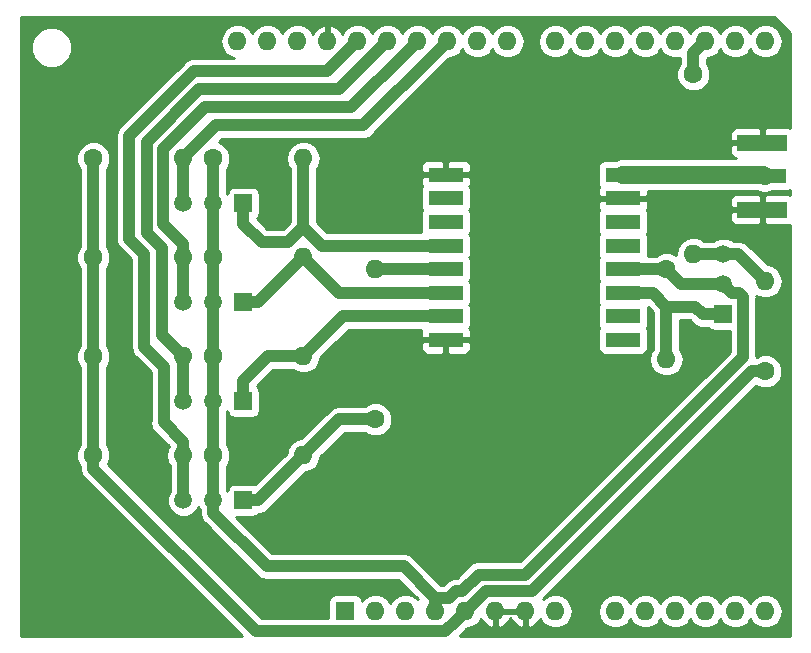
<source format=gbr>
G04 #@! TF.GenerationSoftware,KiCad,Pcbnew,5.0.2+dfsg1-1*
G04 #@! TF.CreationDate,2019-11-28T21:10:38+01:00*
G04 #@! TF.ProjectId,carte-radio,63617274-652d-4726-9164-696f2e6b6963,rev?*
G04 #@! TF.SameCoordinates,PX44114b0PY1687170*
G04 #@! TF.FileFunction,Copper,L2,Bot*
G04 #@! TF.FilePolarity,Positive*
%FSLAX46Y46*%
G04 Gerber Fmt 4.6, Leading zero omitted, Abs format (unit mm)*
G04 Created by KiCad (PCBNEW 5.0.2+dfsg1-1) date jeu. 28 nov. 2019 21:10:38 CET*
%MOMM*%
%LPD*%
G01*
G04 APERTURE LIST*
G04 #@! TA.AperFunction,ComponentPad*
%ADD10O,1.600000X1.600000*%
G04 #@! TD*
G04 #@! TA.AperFunction,ComponentPad*
%ADD11R,1.600000X1.600000*%
G04 #@! TD*
G04 #@! TA.AperFunction,SMDPad,CuDef*
%ADD12R,4.200000X1.350000*%
G04 #@! TD*
G04 #@! TA.AperFunction,SMDPad,CuDef*
%ADD13R,3.600000X1.270000*%
G04 #@! TD*
G04 #@! TA.AperFunction,ComponentPad*
%ADD14C,1.500000*%
G04 #@! TD*
G04 #@! TA.AperFunction,ComponentPad*
%ADD15R,1.500000X1.500000*%
G04 #@! TD*
G04 #@! TA.AperFunction,ComponentPad*
%ADD16C,1.600000*%
G04 #@! TD*
G04 #@! TA.AperFunction,SMDPad,CuDef*
%ADD17R,2.999740X1.198880*%
G04 #@! TD*
G04 #@! TA.AperFunction,Conductor*
%ADD18C,1.000000*%
G04 #@! TD*
G04 #@! TA.AperFunction,Conductor*
%ADD19C,1.500000*%
G04 #@! TD*
G04 #@! TA.AperFunction,Conductor*
%ADD20C,0.254000*%
G04 #@! TD*
G04 APERTURE END LIST*
D10*
G04 #@! TO.P,A1,32*
G04 #@! TO.N,Net-(A1-Pad32)*
X15752000Y508000D03*
G04 #@! TO.P,A1,31*
G04 #@! TO.N,Net-(A1-Pad31)*
X18292000Y508000D03*
D11*
G04 #@! TO.P,A1,1*
G04 #@! TO.N,Net-(A1-Pad1)*
X24892000Y-47752000D03*
D10*
G04 #@! TO.P,A1,17*
G04 #@! TO.N,RF_INT*
X55372000Y508000D03*
G04 #@! TO.P,A1,2*
G04 #@! TO.N,Net-(A1-Pad2)*
X27432000Y-47752000D03*
G04 #@! TO.P,A1,18*
G04 #@! TO.N,Net-(A1-Pad18)*
X52832000Y508000D03*
G04 #@! TO.P,A1,3*
G04 #@! TO.N,Net-(A1-Pad3)*
X29972000Y-47752000D03*
G04 #@! TO.P,A1,19*
G04 #@! TO.N,Net-(A1-Pad19)*
X50292000Y508000D03*
G04 #@! TO.P,A1,4*
G04 #@! TO.N,3V3*
X32512000Y-47752000D03*
G04 #@! TO.P,A1,20*
G04 #@! TO.N,Net-(A1-Pad20)*
X47752000Y508000D03*
G04 #@! TO.P,A1,5*
G04 #@! TO.N,5V*
X35052000Y-47752000D03*
G04 #@! TO.P,A1,21*
G04 #@! TO.N,Net-(A1-Pad21)*
X45212000Y508000D03*
G04 #@! TO.P,A1,6*
G04 #@! TO.N,GND*
X37592000Y-47752000D03*
G04 #@! TO.P,A1,22*
G04 #@! TO.N,Net-(A1-Pad22)*
X42672000Y508000D03*
G04 #@! TO.P,A1,7*
G04 #@! TO.N,GND*
X40132000Y-47752000D03*
G04 #@! TO.P,A1,23*
G04 #@! TO.N,Net-(A1-Pad23)*
X38612000Y508000D03*
G04 #@! TO.P,A1,8*
G04 #@! TO.N,Net-(A1-Pad8)*
X42672000Y-47752000D03*
G04 #@! TO.P,A1,24*
G04 #@! TO.N,Net-(A1-Pad24)*
X36072000Y508000D03*
G04 #@! TO.P,A1,9*
G04 #@! TO.N,Net-(A1-Pad9)*
X47752000Y-47752000D03*
G04 #@! TO.P,A1,25*
G04 #@! TO.N,RF_NSS*
X33532000Y508000D03*
G04 #@! TO.P,A1,10*
G04 #@! TO.N,Net-(A1-Pad10)*
X50292000Y-47752000D03*
G04 #@! TO.P,A1,26*
G04 #@! TO.N,RF_MOSI*
X30992000Y508000D03*
G04 #@! TO.P,A1,11*
G04 #@! TO.N,Net-(A1-Pad11)*
X52832000Y-47752000D03*
G04 #@! TO.P,A1,27*
G04 #@! TO.N,RF_MISO*
X28452000Y508000D03*
G04 #@! TO.P,A1,12*
G04 #@! TO.N,Net-(A1-Pad12)*
X55372000Y-47752000D03*
G04 #@! TO.P,A1,28*
G04 #@! TO.N,RF_SCK*
X25912000Y508000D03*
G04 #@! TO.P,A1,13*
G04 #@! TO.N,Net-(A1-Pad13)*
X57912000Y-47752000D03*
G04 #@! TO.P,A1,29*
G04 #@! TO.N,GND*
X23372000Y508000D03*
G04 #@! TO.P,A1,14*
G04 #@! TO.N,Net-(A1-Pad14)*
X60452000Y-47752000D03*
G04 #@! TO.P,A1,30*
G04 #@! TO.N,Net-(A1-Pad30)*
X20832000Y508000D03*
G04 #@! TO.P,A1,15*
G04 #@! TO.N,Net-(A1-Pad15)*
X60452000Y508000D03*
G04 #@! TO.P,A1,16*
G04 #@! TO.N,Net-(A1-Pad16)*
X57912000Y508000D03*
G04 #@! TD*
D12*
G04 #@! TO.P,J1,2*
G04 #@! TO.N,GND*
X60198000Y-8097000D03*
X60198000Y-13747000D03*
D13*
G04 #@! TO.P,J1,1*
G04 #@! TO.N,Net-(J1-Pad1)*
X60398000Y-10922000D03*
G04 #@! TD*
D14*
G04 #@! TO.P,Q1,2*
G04 #@! TO.N,3V3*
X13716000Y-38354000D03*
G04 #@! TO.P,Q1,3*
G04 #@! TO.N,RF_SCK*
X11176000Y-38354000D03*
D15*
G04 #@! TO.P,Q1,1*
G04 #@! TO.N,Net-(JP1-Pad1)*
X16256000Y-38354000D03*
G04 #@! TD*
G04 #@! TO.P,Q2,1*
G04 #@! TO.N,Net-(Q2-Pad1)*
X16256000Y-21590000D03*
D14*
G04 #@! TO.P,Q2,3*
G04 #@! TO.N,RF_MOSI*
X11176000Y-21590000D03*
G04 #@! TO.P,Q2,2*
G04 #@! TO.N,3V3*
X13716000Y-21590000D03*
G04 #@! TD*
D15*
G04 #@! TO.P,Q3,1*
G04 #@! TO.N,Net-(Q3-Pad1)*
X16256000Y-29972000D03*
D14*
G04 #@! TO.P,Q3,3*
G04 #@! TO.N,RF_MISO*
X11176000Y-29972000D03*
G04 #@! TO.P,Q3,2*
G04 #@! TO.N,3V3*
X13716000Y-29972000D03*
G04 #@! TD*
G04 #@! TO.P,Q4,2*
G04 #@! TO.N,3V3*
X13716000Y-13208000D03*
G04 #@! TO.P,Q4,3*
G04 #@! TO.N,RF_NSS*
X11176000Y-13208000D03*
D15*
G04 #@! TO.P,Q4,1*
G04 #@! TO.N,Net-(Q4-Pad1)*
X16256000Y-13208000D03*
G04 #@! TD*
D14*
G04 #@! TO.P,Q5,2*
G04 #@! TO.N,3V3*
X56896000Y-20066000D03*
G04 #@! TO.P,Q5,3*
G04 #@! TO.N,Net-(JP2-Pad2)*
X56896000Y-17526000D03*
D15*
G04 #@! TO.P,Q5,1*
G04 #@! TO.N,Net-(Q5-Pad1)*
X56896000Y-22606000D03*
G04 #@! TD*
D10*
G04 #@! TO.P,R1,2*
G04 #@! TO.N,RF_SCK*
X11176000Y-34544000D03*
D16*
G04 #@! TO.P,R1,1*
G04 #@! TO.N,5V*
X3556000Y-34544000D03*
G04 #@! TD*
G04 #@! TO.P,R2,1*
G04 #@! TO.N,5V*
X3556000Y-17780000D03*
D10*
G04 #@! TO.P,R2,2*
G04 #@! TO.N,RF_MOSI*
X11176000Y-17780000D03*
G04 #@! TD*
G04 #@! TO.P,R3,2*
G04 #@! TO.N,RF_MISO*
X11176000Y-26162000D03*
D16*
G04 #@! TO.P,R3,1*
G04 #@! TO.N,5V*
X3556000Y-26162000D03*
G04 #@! TD*
D10*
G04 #@! TO.P,R4,2*
G04 #@! TO.N,RF_NSS*
X11176000Y-9398000D03*
D16*
G04 #@! TO.P,R4,1*
G04 #@! TO.N,5V*
X3556000Y-9398000D03*
G04 #@! TD*
D10*
G04 #@! TO.P,R5,2*
G04 #@! TO.N,Net-(JP2-Pad2)*
X60452000Y-19812000D03*
D16*
G04 #@! TO.P,R5,1*
G04 #@! TO.N,5V*
X60452000Y-27432000D03*
G04 #@! TD*
G04 #@! TO.P,R6,1*
G04 #@! TO.N,3V3*
X13716000Y-34544000D03*
D10*
G04 #@! TO.P,R6,2*
G04 #@! TO.N,Net-(JP1-Pad1)*
X21336000Y-34544000D03*
G04 #@! TD*
G04 #@! TO.P,R7,2*
G04 #@! TO.N,Net-(Q2-Pad1)*
X21336000Y-17780000D03*
D16*
G04 #@! TO.P,R7,1*
G04 #@! TO.N,3V3*
X13716000Y-17780000D03*
G04 #@! TD*
G04 #@! TO.P,R8,1*
G04 #@! TO.N,3V3*
X13716000Y-26162000D03*
D10*
G04 #@! TO.P,R8,2*
G04 #@! TO.N,Net-(Q3-Pad1)*
X21336000Y-26162000D03*
G04 #@! TD*
D16*
G04 #@! TO.P,R9,1*
G04 #@! TO.N,3V3*
X13716000Y-9398000D03*
D10*
G04 #@! TO.P,R9,2*
G04 #@! TO.N,Net-(Q4-Pad1)*
X21336000Y-9398000D03*
G04 #@! TD*
D16*
G04 #@! TO.P,R10,1*
G04 #@! TO.N,3V3*
X52070000Y-18796000D03*
D10*
G04 #@! TO.P,R10,2*
G04 #@! TO.N,Net-(Q5-Pad1)*
X52070000Y-26416000D03*
G04 #@! TD*
D17*
G04 #@! TO.P,U1,1*
G04 #@! TO.N,GND*
X33395920Y-24777700D03*
G04 #@! TO.P,U1,2*
G04 #@! TO.N,Net-(Q3-Pad1)*
X33395920Y-22778720D03*
G04 #@! TO.P,U1,3*
G04 #@! TO.N,Net-(Q2-Pad1)*
X33395920Y-20779740D03*
G04 #@! TO.P,U1,4*
G04 #@! TO.N,Net-(JP1-Pad2)*
X33395920Y-18778220D03*
G04 #@! TO.P,U1,5*
G04 #@! TO.N,Net-(Q4-Pad1)*
X33395920Y-16781780D03*
G04 #@! TO.P,U1,6*
G04 #@! TO.N,Net-(U1-Pad6)*
X33395920Y-14780260D03*
G04 #@! TO.P,U1,7*
G04 #@! TO.N,Net-(U1-Pad7)*
X33395920Y-12781280D03*
G04 #@! TO.P,U1,8*
G04 #@! TO.N,GND*
X33395920Y-10782300D03*
G04 #@! TO.P,U1,9*
G04 #@! TO.N,Net-(J1-Pad1)*
X48392080Y-10782300D03*
G04 #@! TO.P,U1,10*
G04 #@! TO.N,GND*
X48392080Y-12781280D03*
G04 #@! TO.P,U1,11*
G04 #@! TO.N,Net-(U1-Pad11)*
X48392080Y-14780260D03*
G04 #@! TO.P,U1,12*
G04 #@! TO.N,Net-(U1-Pad12)*
X48392080Y-16781780D03*
G04 #@! TO.P,U1,13*
G04 #@! TO.N,3V3*
X48392080Y-18778220D03*
G04 #@! TO.P,U1,14*
G04 #@! TO.N,Net-(Q5-Pad1)*
X48392080Y-20779740D03*
G04 #@! TO.P,U1,15*
G04 #@! TO.N,Net-(U1-Pad15)*
X48392080Y-22778720D03*
G04 #@! TO.P,U1,16*
G04 #@! TO.N,Net-(U1-Pad16)*
X48392080Y-24777700D03*
G04 #@! TD*
D16*
G04 #@! TO.P,JP1,1*
G04 #@! TO.N,Net-(JP1-Pad1)*
X27432000Y-31496000D03*
D10*
G04 #@! TO.P,JP1,2*
G04 #@! TO.N,Net-(JP1-Pad2)*
X27432000Y-18796000D03*
G04 #@! TD*
D16*
G04 #@! TO.P,JP2,1*
G04 #@! TO.N,RF_INT*
X54356000Y-2286000D03*
D10*
G04 #@! TO.P,JP2,2*
G04 #@! TO.N,Net-(JP2-Pad2)*
X54356000Y-17526000D03*
G04 #@! TD*
D18*
G04 #@! TO.N,RF_INT*
X54356000Y-508000D02*
X55372000Y508000D01*
X54356000Y-2286000D02*
X54356000Y-508000D01*
G04 #@! TO.N,Net-(JP2-Pad2)*
X58166000Y-17526000D02*
X60452000Y-19812000D01*
X56896000Y-17526000D02*
X58166000Y-17526000D01*
G04 #@! TO.N,3V3*
X13716000Y-38354000D02*
X13716000Y-34544000D01*
X13716000Y-34544000D02*
X13716000Y-29972000D01*
X13716000Y-29972000D02*
X13716000Y-26162000D01*
X13716000Y-26162000D02*
X13716000Y-21590000D01*
X13716000Y-21590000D02*
X13716000Y-17780000D01*
X13716000Y-17780000D02*
X13716000Y-13208000D01*
X13716000Y-13208000D02*
X13716000Y-9398000D01*
X32512000Y-46620630D02*
X29833370Y-43942000D01*
X32512000Y-47752000D02*
X32512000Y-46620630D01*
X18243340Y-43942000D02*
X13716000Y-39414660D01*
X13716000Y-39414660D02*
X13716000Y-38354000D01*
X29833370Y-43942000D02*
X18243340Y-43942000D01*
X48409860Y-18796000D02*
X48392080Y-18778220D01*
X52070000Y-18796000D02*
X48409860Y-18796000D01*
X53340000Y-20066000D02*
X52070000Y-18796000D01*
X56896000Y-20066000D02*
X53340000Y-20066000D01*
X57645999Y-20815999D02*
X56896000Y-20066000D01*
X58226001Y-20815999D02*
X57645999Y-20815999D01*
X58546001Y-26226717D02*
X58546001Y-21135999D01*
X33667368Y-46620630D02*
X34235999Y-46051999D01*
X34235999Y-46051999D02*
X34772089Y-46051999D01*
X32512000Y-46620630D02*
X33667368Y-46620630D01*
X34772089Y-46051999D02*
X36172098Y-44651989D01*
X58546001Y-21135999D02*
X58226001Y-20815999D01*
X36172098Y-44651989D02*
X40120729Y-44651989D01*
X40120729Y-44651989D02*
X58546001Y-26226717D01*
G04 #@! TO.N,5V*
X3556000Y-9398000D02*
X3556000Y-17780000D01*
X3556000Y-17780000D02*
X3556000Y-26162000D01*
X3556000Y-26162000D02*
X3556000Y-34544000D01*
X34252001Y-48551999D02*
X35052000Y-47752000D01*
X33351999Y-49452001D02*
X34252001Y-48551999D01*
X17332631Y-49452001D02*
X33351999Y-49452001D01*
X3556000Y-35675370D02*
X17332631Y-49452001D01*
X3556000Y-34544000D02*
X3556000Y-35675370D01*
X36752001Y-46051999D02*
X35851999Y-46952001D01*
X40700631Y-46051999D02*
X36752001Y-46051999D01*
X59320630Y-27432000D02*
X40700631Y-46051999D01*
X35851999Y-46952001D02*
X35052000Y-47752000D01*
X60452000Y-27432000D02*
X59320630Y-27432000D01*
G04 #@! TO.N,RF_NSS*
X11176000Y-9398000D02*
X11176000Y-13208000D01*
X32732001Y-291999D02*
X33532000Y508000D01*
X26420000Y-6604000D02*
X32732001Y-291999D01*
X13970000Y-6604000D02*
X26420000Y-6604000D01*
X11176000Y-9398000D02*
X13970000Y-6604000D01*
G04 #@! TO.N,RF_MOSI*
X11176000Y-17780000D02*
X11176000Y-21590000D01*
X30192001Y-291999D02*
X30992000Y508000D01*
X11176000Y-16648630D02*
X9475999Y-14948629D01*
X11176000Y-17780000D02*
X11176000Y-16648630D01*
X25404000Y-5080000D02*
X30192001Y-291999D01*
X9475999Y-14948629D02*
X9475999Y-8581999D01*
X9475999Y-8581999D02*
X12977998Y-5080000D01*
X12977998Y-5080000D02*
X25404000Y-5080000D01*
G04 #@! TO.N,RF_MISO*
X11176000Y-26162000D02*
X11176000Y-29972000D01*
X11176000Y-26162000D02*
X9398000Y-24384000D01*
X9398000Y-24384000D02*
X9398000Y-17018000D01*
X8075989Y-15695989D02*
X8075989Y-8002096D01*
X9398000Y-17018000D02*
X8075989Y-15695989D01*
X8075989Y-8002096D02*
X12522085Y-3556000D01*
X24388000Y-3556000D02*
X28452000Y508000D01*
X12522085Y-3556000D02*
X24388000Y-3556000D01*
G04 #@! TO.N,RF_SCK*
X11176000Y-34544000D02*
X11176000Y-38354000D01*
X23372000Y-2032000D02*
X25912000Y508000D01*
X12066173Y-2032000D02*
X23372000Y-2032000D01*
X6604000Y-7494173D02*
X12066173Y-2032000D01*
X6604000Y-16203912D02*
X6604000Y-7494173D01*
X11176000Y-34544000D02*
X11176000Y-33412630D01*
X11176000Y-33412630D02*
X9525999Y-31762629D01*
X7874000Y-25376002D02*
X7874000Y-17473912D01*
X9525999Y-31762629D02*
X9525999Y-27028001D01*
X9525999Y-27028001D02*
X7874000Y-25376002D01*
X7874000Y-17473912D02*
X6604000Y-16203912D01*
G04 #@! TO.N,Net-(J1-Pad1)*
X48506380Y-10668000D02*
X48392080Y-10782300D01*
X48531780Y-10922000D02*
X48392080Y-10782300D01*
D19*
X60258300Y-10782300D02*
X60398000Y-10922000D01*
X48392080Y-10782300D02*
X60258300Y-10782300D01*
D18*
G04 #@! TO.N,Net-(JP1-Pad1)*
X17526000Y-38354000D02*
X21336000Y-34544000D01*
X16256000Y-38354000D02*
X17526000Y-38354000D01*
G04 #@! TO.N,Net-(Q2-Pad1)*
X17526000Y-21590000D02*
X21336000Y-17780000D01*
X16256000Y-21590000D02*
X17526000Y-21590000D01*
X22135999Y-18579999D02*
X21336000Y-17780000D01*
X24335740Y-20779740D02*
X22135999Y-18579999D01*
X33395920Y-20779740D02*
X24335740Y-20779740D01*
G04 #@! TO.N,Net-(Q3-Pad1)*
X24719280Y-22778720D02*
X21336000Y-26162000D01*
X33395920Y-22778720D02*
X24719280Y-22778720D01*
X16256000Y-28222000D02*
X18316000Y-26162000D01*
X16256000Y-29972000D02*
X16256000Y-28222000D01*
X18316000Y-26162000D02*
X21336000Y-26162000D01*
G04 #@! TO.N,Net-(Q4-Pad1)*
X21336000Y-13970000D02*
X21336000Y-9398000D01*
X21336000Y-15240000D02*
X21336000Y-13970000D01*
X16256000Y-14958000D02*
X16256000Y-13208000D01*
X17808000Y-16510000D02*
X16256000Y-14958000D01*
X21336000Y-15240000D02*
X20066000Y-16510000D01*
X20066000Y-16510000D02*
X17808000Y-16510000D01*
X22877780Y-16781780D02*
X21336000Y-15240000D01*
X33395920Y-16781780D02*
X22877780Y-16781780D01*
G04 #@! TO.N,Net-(Q5-Pad1)*
X50891950Y-20779740D02*
X48392080Y-20779740D01*
X52070000Y-21957790D02*
X50891950Y-20779740D01*
X52070000Y-26416000D02*
X52070000Y-21957790D01*
X54497790Y-21957790D02*
X52070000Y-21957790D01*
X55146000Y-22606000D02*
X54497790Y-21957790D01*
X56896000Y-22606000D02*
X55146000Y-22606000D01*
G04 #@! TO.N,Net-(JP1-Pad1)*
X24384000Y-31496000D02*
X21336000Y-34544000D01*
X27432000Y-31496000D02*
X24384000Y-31496000D01*
G04 #@! TO.N,Net-(JP1-Pad2)*
X27449780Y-18778220D02*
X27432000Y-18796000D01*
X33395920Y-18778220D02*
X27449780Y-18778220D01*
G04 #@! TO.N,Net-(JP2-Pad2)*
X56896000Y-17526000D02*
X54356000Y-17526000D01*
G04 #@! TD*
D20*
G04 #@! TO.N,GND*
G36*
X62536000Y1229908D02*
X62536000Y-6833264D01*
X62424310Y-6787000D01*
X60483750Y-6787000D01*
X60325000Y-6945750D01*
X60325000Y-7970000D01*
X60345000Y-7970000D01*
X60345000Y-8224000D01*
X60325000Y-8224000D01*
X60325000Y-8244000D01*
X60071000Y-8244000D01*
X60071000Y-8224000D01*
X57621750Y-8224000D01*
X57463000Y-8382750D01*
X57463000Y-8898309D01*
X57559673Y-9131698D01*
X57738301Y-9310327D01*
X57948272Y-9397300D01*
X48255673Y-9397300D01*
X47851680Y-9477659D01*
X47765235Y-9535420D01*
X46892210Y-9535420D01*
X46644445Y-9584703D01*
X46434401Y-9725051D01*
X46294053Y-9935095D01*
X46244770Y-10182860D01*
X46244770Y-11381740D01*
X46294053Y-11629505D01*
X46395177Y-11780847D01*
X46353883Y-11822141D01*
X46257210Y-12055530D01*
X46257210Y-12495530D01*
X46415960Y-12654280D01*
X48265080Y-12654280D01*
X48265080Y-12634280D01*
X48519080Y-12634280D01*
X48519080Y-12654280D01*
X50368200Y-12654280D01*
X50526950Y-12495530D01*
X50526950Y-12167300D01*
X58411283Y-12167300D01*
X58598000Y-12204440D01*
X59824375Y-12204440D01*
X59857601Y-12226641D01*
X60398000Y-12334133D01*
X60938400Y-12226641D01*
X60971626Y-12204440D01*
X62198000Y-12204440D01*
X62445765Y-12155157D01*
X62536001Y-12094863D01*
X62536001Y-12483264D01*
X62424310Y-12437000D01*
X60483750Y-12437000D01*
X60325000Y-12595750D01*
X60325000Y-13620000D01*
X60345000Y-13620000D01*
X60345000Y-13874000D01*
X60325000Y-13874000D01*
X60325000Y-14898250D01*
X60483750Y-15057000D01*
X62424310Y-15057000D01*
X62536001Y-15010736D01*
X62536001Y-15424070D01*
X62536000Y-15424075D01*
X62536001Y-49836000D01*
X34573131Y-49836000D01*
X35133609Y-49275523D01*
X35133611Y-49275520D01*
X35229282Y-49179849D01*
X35611909Y-49103740D01*
X36086577Y-48786577D01*
X36342947Y-48402892D01*
X36439611Y-48607134D01*
X36854577Y-48983041D01*
X37242961Y-49143904D01*
X37465000Y-49021915D01*
X37465000Y-47879000D01*
X37719000Y-47879000D01*
X37719000Y-49021915D01*
X37941039Y-49143904D01*
X38329423Y-48983041D01*
X38744389Y-48607134D01*
X38862000Y-48358633D01*
X38979611Y-48607134D01*
X39394577Y-48983041D01*
X39782961Y-49143904D01*
X40005000Y-49021915D01*
X40005000Y-47879000D01*
X37719000Y-47879000D01*
X37465000Y-47879000D01*
X37445000Y-47879000D01*
X37445000Y-47625000D01*
X37465000Y-47625000D01*
X37465000Y-47605000D01*
X37719000Y-47605000D01*
X37719000Y-47625000D01*
X40005000Y-47625000D01*
X40005000Y-47605000D01*
X40259000Y-47605000D01*
X40259000Y-47625000D01*
X40279000Y-47625000D01*
X40279000Y-47879000D01*
X40259000Y-47879000D01*
X40259000Y-49021915D01*
X40481039Y-49143904D01*
X40869423Y-48983041D01*
X41284389Y-48607134D01*
X41381053Y-48402892D01*
X41637423Y-48786577D01*
X42112091Y-49103740D01*
X42530667Y-49187000D01*
X42813333Y-49187000D01*
X43231909Y-49103740D01*
X43706577Y-48786577D01*
X44023740Y-48311909D01*
X44135113Y-47752000D01*
X46288887Y-47752000D01*
X46400260Y-48311909D01*
X46717423Y-48786577D01*
X47192091Y-49103740D01*
X47610667Y-49187000D01*
X47893333Y-49187000D01*
X48311909Y-49103740D01*
X48786577Y-48786577D01*
X49022000Y-48434242D01*
X49257423Y-48786577D01*
X49732091Y-49103740D01*
X50150667Y-49187000D01*
X50433333Y-49187000D01*
X50851909Y-49103740D01*
X51326577Y-48786577D01*
X51562000Y-48434242D01*
X51797423Y-48786577D01*
X52272091Y-49103740D01*
X52690667Y-49187000D01*
X52973333Y-49187000D01*
X53391909Y-49103740D01*
X53866577Y-48786577D01*
X54102000Y-48434242D01*
X54337423Y-48786577D01*
X54812091Y-49103740D01*
X55230667Y-49187000D01*
X55513333Y-49187000D01*
X55931909Y-49103740D01*
X56406577Y-48786577D01*
X56642000Y-48434242D01*
X56877423Y-48786577D01*
X57352091Y-49103740D01*
X57770667Y-49187000D01*
X58053333Y-49187000D01*
X58471909Y-49103740D01*
X58946577Y-48786577D01*
X59182000Y-48434242D01*
X59417423Y-48786577D01*
X59892091Y-49103740D01*
X60310667Y-49187000D01*
X60593333Y-49187000D01*
X61011909Y-49103740D01*
X61486577Y-48786577D01*
X61803740Y-48311909D01*
X61915113Y-47752000D01*
X61803740Y-47192091D01*
X61486577Y-46717423D01*
X61011909Y-46400260D01*
X60593333Y-46317000D01*
X60310667Y-46317000D01*
X59892091Y-46400260D01*
X59417423Y-46717423D01*
X59182000Y-47069758D01*
X58946577Y-46717423D01*
X58471909Y-46400260D01*
X58053333Y-46317000D01*
X57770667Y-46317000D01*
X57352091Y-46400260D01*
X56877423Y-46717423D01*
X56642000Y-47069758D01*
X56406577Y-46717423D01*
X55931909Y-46400260D01*
X55513333Y-46317000D01*
X55230667Y-46317000D01*
X54812091Y-46400260D01*
X54337423Y-46717423D01*
X54102000Y-47069758D01*
X53866577Y-46717423D01*
X53391909Y-46400260D01*
X52973333Y-46317000D01*
X52690667Y-46317000D01*
X52272091Y-46400260D01*
X51797423Y-46717423D01*
X51562000Y-47069758D01*
X51326577Y-46717423D01*
X50851909Y-46400260D01*
X50433333Y-46317000D01*
X50150667Y-46317000D01*
X49732091Y-46400260D01*
X49257423Y-46717423D01*
X49022000Y-47069758D01*
X48786577Y-46717423D01*
X48311909Y-46400260D01*
X47893333Y-46317000D01*
X47610667Y-46317000D01*
X47192091Y-46400260D01*
X46717423Y-46717423D01*
X46400260Y-47192091D01*
X46288887Y-47752000D01*
X44135113Y-47752000D01*
X44023740Y-47192091D01*
X43706577Y-46717423D01*
X43231909Y-46400260D01*
X42813333Y-46317000D01*
X42530667Y-46317000D01*
X42112091Y-46400260D01*
X41646209Y-46711552D01*
X59688699Y-28669063D01*
X60166561Y-28867000D01*
X60737439Y-28867000D01*
X61264862Y-28648534D01*
X61668534Y-28244862D01*
X61887000Y-27717439D01*
X61887000Y-27146561D01*
X61668534Y-26619138D01*
X61264862Y-26215466D01*
X60737439Y-25997000D01*
X60166561Y-25997000D01*
X59696289Y-26191793D01*
X59681001Y-26114934D01*
X59681001Y-21247780D01*
X59703236Y-21135998D01*
X59681001Y-21024216D01*
X59680652Y-21022461D01*
X59892091Y-21163740D01*
X60310667Y-21247000D01*
X60593333Y-21247000D01*
X61011909Y-21163740D01*
X61486577Y-20846577D01*
X61803740Y-20371909D01*
X61915113Y-19812000D01*
X61803740Y-19252091D01*
X61486577Y-18777423D01*
X61011909Y-18460260D01*
X60629283Y-18384151D01*
X59047613Y-16802482D01*
X58984289Y-16707711D01*
X58608855Y-16456854D01*
X58277783Y-16391000D01*
X58166000Y-16368765D01*
X58054217Y-16391000D01*
X57719687Y-16391000D01*
X57680540Y-16351853D01*
X57171494Y-16141000D01*
X56620506Y-16141000D01*
X56111460Y-16351853D01*
X56072313Y-16391000D01*
X55240283Y-16391000D01*
X54915909Y-16174260D01*
X54497333Y-16091000D01*
X54214667Y-16091000D01*
X53796091Y-16174260D01*
X53321423Y-16491423D01*
X53004260Y-16966091D01*
X52892887Y-17526000D01*
X52908652Y-17605256D01*
X52882862Y-17579466D01*
X52355439Y-17361000D01*
X51784561Y-17361000D01*
X51257138Y-17579466D01*
X51175604Y-17661000D01*
X50468715Y-17661000D01*
X50490107Y-17628985D01*
X50539390Y-17381220D01*
X50539390Y-16182340D01*
X50490107Y-15934575D01*
X50387504Y-15781020D01*
X50490107Y-15627465D01*
X50539390Y-15379700D01*
X50539390Y-14180820D01*
X50509938Y-14032750D01*
X57463000Y-14032750D01*
X57463000Y-14548309D01*
X57559673Y-14781698D01*
X57738301Y-14960327D01*
X57971690Y-15057000D01*
X59912250Y-15057000D01*
X60071000Y-14898250D01*
X60071000Y-13874000D01*
X57621750Y-13874000D01*
X57463000Y-14032750D01*
X50509938Y-14032750D01*
X50490107Y-13933055D01*
X50388983Y-13781713D01*
X50430277Y-13740419D01*
X50526950Y-13507030D01*
X50526950Y-13067030D01*
X50405611Y-12945691D01*
X57463000Y-12945691D01*
X57463000Y-13461250D01*
X57621750Y-13620000D01*
X60071000Y-13620000D01*
X60071000Y-12595750D01*
X59912250Y-12437000D01*
X57971690Y-12437000D01*
X57738301Y-12533673D01*
X57559673Y-12712302D01*
X57463000Y-12945691D01*
X50405611Y-12945691D01*
X50368200Y-12908280D01*
X48519080Y-12908280D01*
X48519080Y-12928280D01*
X48265080Y-12928280D01*
X48265080Y-12908280D01*
X46415960Y-12908280D01*
X46257210Y-13067030D01*
X46257210Y-13507030D01*
X46353883Y-13740419D01*
X46395177Y-13781713D01*
X46294053Y-13933055D01*
X46244770Y-14180820D01*
X46244770Y-15379700D01*
X46294053Y-15627465D01*
X46396656Y-15781020D01*
X46294053Y-15934575D01*
X46244770Y-16182340D01*
X46244770Y-17381220D01*
X46294053Y-17628985D01*
X46394959Y-17780000D01*
X46294053Y-17931015D01*
X46244770Y-18178780D01*
X46244770Y-19377660D01*
X46294053Y-19625425D01*
X46396656Y-19778980D01*
X46294053Y-19932535D01*
X46244770Y-20180300D01*
X46244770Y-21379180D01*
X46294053Y-21626945D01*
X46395807Y-21779230D01*
X46294053Y-21931515D01*
X46244770Y-22179280D01*
X46244770Y-23378160D01*
X46294053Y-23625925D01*
X46395807Y-23778210D01*
X46294053Y-23930495D01*
X46244770Y-24178260D01*
X46244770Y-25377140D01*
X46294053Y-25624905D01*
X46434401Y-25834949D01*
X46644445Y-25975297D01*
X46892210Y-26024580D01*
X49891950Y-26024580D01*
X50139715Y-25975297D01*
X50349759Y-25834949D01*
X50490107Y-25624905D01*
X50539390Y-25377140D01*
X50539390Y-24178260D01*
X50490107Y-23930495D01*
X50388353Y-23778210D01*
X50490107Y-23625925D01*
X50539390Y-23378160D01*
X50539390Y-22179280D01*
X50502898Y-21995819D01*
X50935001Y-22427923D01*
X50935000Y-25531716D01*
X50718260Y-25856091D01*
X50606887Y-26416000D01*
X50718260Y-26975909D01*
X51035423Y-27450577D01*
X51510091Y-27767740D01*
X51928667Y-27851000D01*
X52211333Y-27851000D01*
X52629909Y-27767740D01*
X53104577Y-27450577D01*
X53421740Y-26975909D01*
X53533113Y-26416000D01*
X53421740Y-25856091D01*
X53205000Y-25531717D01*
X53205000Y-23092790D01*
X54027659Y-23092790D01*
X54264387Y-23329518D01*
X54327711Y-23424289D01*
X54703145Y-23675146D01*
X55034217Y-23741000D01*
X55145999Y-23763235D01*
X55257781Y-23741000D01*
X55639541Y-23741000D01*
X55688191Y-23813809D01*
X55898235Y-23954157D01*
X56146000Y-24003440D01*
X57411001Y-24003440D01*
X57411001Y-25756584D01*
X39650598Y-43516989D01*
X36283880Y-43516989D01*
X36172097Y-43494754D01*
X36060315Y-43516989D01*
X35729243Y-43582843D01*
X35353809Y-43833700D01*
X35290489Y-43928466D01*
X34309560Y-44909396D01*
X34235999Y-44894764D01*
X34124216Y-44916999D01*
X33793144Y-44982853D01*
X33417710Y-45233710D01*
X33354386Y-45328481D01*
X33197237Y-45485630D01*
X32982132Y-45485630D01*
X30714983Y-43218482D01*
X30651659Y-43123711D01*
X30276225Y-42872854D01*
X29945153Y-42807000D01*
X29833370Y-42784765D01*
X29721587Y-42807000D01*
X18713472Y-42807000D01*
X15657911Y-39751440D01*
X17006000Y-39751440D01*
X17253765Y-39702157D01*
X17463809Y-39561809D01*
X17500933Y-39506249D01*
X17526000Y-39511235D01*
X17637783Y-39489000D01*
X17968855Y-39423146D01*
X18344289Y-39172289D01*
X18407613Y-39077518D01*
X21513283Y-35971849D01*
X21895909Y-35895740D01*
X22370577Y-35578577D01*
X22687740Y-35103909D01*
X22763849Y-34721282D01*
X24854132Y-32631000D01*
X26537604Y-32631000D01*
X26619138Y-32712534D01*
X27146561Y-32931000D01*
X27717439Y-32931000D01*
X28244862Y-32712534D01*
X28648534Y-32308862D01*
X28867000Y-31781439D01*
X28867000Y-31210561D01*
X28648534Y-30683138D01*
X28244862Y-30279466D01*
X27717439Y-30061000D01*
X27146561Y-30061000D01*
X26619138Y-30279466D01*
X26537604Y-30361000D01*
X24495783Y-30361000D01*
X24384000Y-30338765D01*
X24272217Y-30361000D01*
X23941145Y-30426854D01*
X23565711Y-30677711D01*
X23502389Y-30772479D01*
X21158718Y-33116151D01*
X20776091Y-33192260D01*
X20301423Y-33509423D01*
X19984260Y-33984091D01*
X19908151Y-34366717D01*
X17262913Y-37011956D01*
X17253765Y-37005843D01*
X17006000Y-36956560D01*
X15506000Y-36956560D01*
X15258235Y-37005843D01*
X15048191Y-37146191D01*
X14907843Y-37356235D01*
X14869531Y-37548844D01*
X14851000Y-37530313D01*
X14851000Y-35438396D01*
X14932534Y-35356862D01*
X15151000Y-34829439D01*
X15151000Y-34258561D01*
X14932534Y-33731138D01*
X14851000Y-33649604D01*
X14851000Y-30795687D01*
X14869531Y-30777156D01*
X14907843Y-30969765D01*
X15048191Y-31179809D01*
X15258235Y-31320157D01*
X15506000Y-31369440D01*
X17006000Y-31369440D01*
X17253765Y-31320157D01*
X17463809Y-31179809D01*
X17604157Y-30969765D01*
X17653440Y-30722000D01*
X17653440Y-29222000D01*
X17604157Y-28974235D01*
X17463809Y-28764191D01*
X17391000Y-28715541D01*
X17391000Y-28692131D01*
X18786132Y-27297000D01*
X20451717Y-27297000D01*
X20776091Y-27513740D01*
X21194667Y-27597000D01*
X21477333Y-27597000D01*
X21895909Y-27513740D01*
X22370577Y-27196577D01*
X22687740Y-26721909D01*
X22763849Y-26339282D01*
X24039682Y-25063450D01*
X31261050Y-25063450D01*
X31261050Y-25503450D01*
X31357723Y-25736839D01*
X31536352Y-25915467D01*
X31769741Y-26012140D01*
X33110170Y-26012140D01*
X33268920Y-25853390D01*
X33268920Y-24904700D01*
X33522920Y-24904700D01*
X33522920Y-25853390D01*
X33681670Y-26012140D01*
X35022099Y-26012140D01*
X35255488Y-25915467D01*
X35434117Y-25736839D01*
X35530790Y-25503450D01*
X35530790Y-25063450D01*
X35372040Y-24904700D01*
X33522920Y-24904700D01*
X33268920Y-24904700D01*
X31419800Y-24904700D01*
X31261050Y-25063450D01*
X24039682Y-25063450D01*
X25189413Y-23913720D01*
X31318307Y-23913720D01*
X31261050Y-24051950D01*
X31261050Y-24491950D01*
X31419800Y-24650700D01*
X33268920Y-24650700D01*
X33268920Y-24630700D01*
X33522920Y-24630700D01*
X33522920Y-24650700D01*
X35372040Y-24650700D01*
X35530790Y-24491950D01*
X35530790Y-24051950D01*
X35434117Y-23818561D01*
X35392823Y-23777267D01*
X35493947Y-23625925D01*
X35543230Y-23378160D01*
X35543230Y-22179280D01*
X35493947Y-21931515D01*
X35392193Y-21779230D01*
X35493947Y-21626945D01*
X35543230Y-21379180D01*
X35543230Y-20180300D01*
X35493947Y-19932535D01*
X35391344Y-19778980D01*
X35493947Y-19625425D01*
X35543230Y-19377660D01*
X35543230Y-18178780D01*
X35493947Y-17931015D01*
X35393041Y-17780000D01*
X35493947Y-17628985D01*
X35543230Y-17381220D01*
X35543230Y-16182340D01*
X35493947Y-15934575D01*
X35391344Y-15781020D01*
X35493947Y-15627465D01*
X35543230Y-15379700D01*
X35543230Y-14180820D01*
X35493947Y-13933055D01*
X35392193Y-13780770D01*
X35493947Y-13628485D01*
X35543230Y-13380720D01*
X35543230Y-12181840D01*
X35493947Y-11934075D01*
X35392823Y-11782733D01*
X35434117Y-11741439D01*
X35530790Y-11508050D01*
X35530790Y-11068050D01*
X35372040Y-10909300D01*
X33522920Y-10909300D01*
X33522920Y-10929300D01*
X33268920Y-10929300D01*
X33268920Y-10909300D01*
X31419800Y-10909300D01*
X31261050Y-11068050D01*
X31261050Y-11508050D01*
X31357723Y-11741439D01*
X31399017Y-11782733D01*
X31297893Y-11934075D01*
X31248610Y-12181840D01*
X31248610Y-13380720D01*
X31297893Y-13628485D01*
X31399647Y-13780770D01*
X31297893Y-13933055D01*
X31248610Y-14180820D01*
X31248610Y-15379700D01*
X31297893Y-15627465D01*
X31310799Y-15646780D01*
X23347912Y-15646780D01*
X22471000Y-14769869D01*
X22471000Y-10282283D01*
X22621830Y-10056550D01*
X31261050Y-10056550D01*
X31261050Y-10496550D01*
X31419800Y-10655300D01*
X33268920Y-10655300D01*
X33268920Y-9706610D01*
X33522920Y-9706610D01*
X33522920Y-10655300D01*
X35372040Y-10655300D01*
X35530790Y-10496550D01*
X35530790Y-10056550D01*
X35434117Y-9823161D01*
X35255488Y-9644533D01*
X35022099Y-9547860D01*
X33681670Y-9547860D01*
X33522920Y-9706610D01*
X33268920Y-9706610D01*
X33110170Y-9547860D01*
X31769741Y-9547860D01*
X31536352Y-9644533D01*
X31357723Y-9823161D01*
X31261050Y-10056550D01*
X22621830Y-10056550D01*
X22687740Y-9957909D01*
X22799113Y-9398000D01*
X22687740Y-8838091D01*
X22370577Y-8363423D01*
X21895909Y-8046260D01*
X21477333Y-7963000D01*
X21194667Y-7963000D01*
X20776091Y-8046260D01*
X20301423Y-8363423D01*
X19984260Y-8838091D01*
X19872887Y-9398000D01*
X19984260Y-9957909D01*
X20201001Y-10282285D01*
X20201000Y-13858217D01*
X20201000Y-14769868D01*
X19595869Y-15375000D01*
X18278132Y-15375000D01*
X17391000Y-14487869D01*
X17391000Y-14464459D01*
X17463809Y-14415809D01*
X17604157Y-14205765D01*
X17653440Y-13958000D01*
X17653440Y-12458000D01*
X17604157Y-12210235D01*
X17463809Y-12000191D01*
X17253765Y-11859843D01*
X17006000Y-11810560D01*
X15506000Y-11810560D01*
X15258235Y-11859843D01*
X15048191Y-12000191D01*
X14907843Y-12210235D01*
X14869531Y-12402844D01*
X14851000Y-12384313D01*
X14851000Y-10292396D01*
X14932534Y-10210862D01*
X15151000Y-9683439D01*
X15151000Y-9112561D01*
X14932534Y-8585138D01*
X14528862Y-8181466D01*
X14153250Y-8025882D01*
X14440132Y-7739000D01*
X26308217Y-7739000D01*
X26420000Y-7761235D01*
X26531783Y-7739000D01*
X26862855Y-7673146D01*
X27238289Y-7422289D01*
X27301613Y-7327518D01*
X27333440Y-7295691D01*
X57463000Y-7295691D01*
X57463000Y-7811250D01*
X57621750Y-7970000D01*
X60071000Y-7970000D01*
X60071000Y-6945750D01*
X59912250Y-6787000D01*
X57971690Y-6787000D01*
X57738301Y-6883673D01*
X57559673Y-7062302D01*
X57463000Y-7295691D01*
X27333440Y-7295691D01*
X33613609Y-1015523D01*
X33613611Y-1015520D01*
X33709282Y-919849D01*
X34091909Y-843740D01*
X34566577Y-526577D01*
X34802000Y-174242D01*
X35037423Y-526577D01*
X35512091Y-843740D01*
X35930667Y-927000D01*
X36213333Y-927000D01*
X36631909Y-843740D01*
X37106577Y-526577D01*
X37342000Y-174242D01*
X37577423Y-526577D01*
X38052091Y-843740D01*
X38470667Y-927000D01*
X38753333Y-927000D01*
X39171909Y-843740D01*
X39646577Y-526577D01*
X39963740Y-51909D01*
X40075113Y508000D01*
X41208887Y508000D01*
X41320260Y-51909D01*
X41637423Y-526577D01*
X42112091Y-843740D01*
X42530667Y-927000D01*
X42813333Y-927000D01*
X43231909Y-843740D01*
X43706577Y-526577D01*
X43942000Y-174242D01*
X44177423Y-526577D01*
X44652091Y-843740D01*
X45070667Y-927000D01*
X45353333Y-927000D01*
X45771909Y-843740D01*
X46246577Y-526577D01*
X46482000Y-174242D01*
X46717423Y-526577D01*
X47192091Y-843740D01*
X47610667Y-927000D01*
X47893333Y-927000D01*
X48311909Y-843740D01*
X48786577Y-526577D01*
X49022000Y-174242D01*
X49257423Y-526577D01*
X49732091Y-843740D01*
X50150667Y-927000D01*
X50433333Y-927000D01*
X50851909Y-843740D01*
X51326577Y-526577D01*
X51562000Y-174242D01*
X51797423Y-526577D01*
X52272091Y-843740D01*
X52690667Y-927000D01*
X52973333Y-927000D01*
X53221000Y-877736D01*
X53221000Y-1391604D01*
X53139466Y-1473138D01*
X52921000Y-2000561D01*
X52921000Y-2571439D01*
X53139466Y-3098862D01*
X53543138Y-3502534D01*
X54070561Y-3721000D01*
X54641439Y-3721000D01*
X55168862Y-3502534D01*
X55572534Y-3098862D01*
X55791000Y-2571439D01*
X55791000Y-2000561D01*
X55572534Y-1473138D01*
X55491000Y-1391604D01*
X55491000Y-978131D01*
X55549282Y-919849D01*
X55931909Y-843740D01*
X56406577Y-526577D01*
X56642000Y-174242D01*
X56877423Y-526577D01*
X57352091Y-843740D01*
X57770667Y-927000D01*
X58053333Y-927000D01*
X58471909Y-843740D01*
X58946577Y-526577D01*
X59182000Y-174242D01*
X59417423Y-526577D01*
X59892091Y-843740D01*
X60310667Y-927000D01*
X60593333Y-927000D01*
X61011909Y-843740D01*
X61486577Y-526577D01*
X61803740Y-51909D01*
X61915113Y508000D01*
X61803740Y1067909D01*
X61486577Y1542577D01*
X61011909Y1859740D01*
X60593333Y1943000D01*
X60310667Y1943000D01*
X59892091Y1859740D01*
X59417423Y1542577D01*
X59182000Y1190242D01*
X58946577Y1542577D01*
X58471909Y1859740D01*
X58053333Y1943000D01*
X57770667Y1943000D01*
X57352091Y1859740D01*
X56877423Y1542577D01*
X56642000Y1190242D01*
X56406577Y1542577D01*
X55931909Y1859740D01*
X55513333Y1943000D01*
X55230667Y1943000D01*
X54812091Y1859740D01*
X54337423Y1542577D01*
X54102000Y1190242D01*
X53866577Y1542577D01*
X53391909Y1859740D01*
X52973333Y1943000D01*
X52690667Y1943000D01*
X52272091Y1859740D01*
X51797423Y1542577D01*
X51562000Y1190242D01*
X51326577Y1542577D01*
X50851909Y1859740D01*
X50433333Y1943000D01*
X50150667Y1943000D01*
X49732091Y1859740D01*
X49257423Y1542577D01*
X49022000Y1190242D01*
X48786577Y1542577D01*
X48311909Y1859740D01*
X47893333Y1943000D01*
X47610667Y1943000D01*
X47192091Y1859740D01*
X46717423Y1542577D01*
X46482000Y1190242D01*
X46246577Y1542577D01*
X45771909Y1859740D01*
X45353333Y1943000D01*
X45070667Y1943000D01*
X44652091Y1859740D01*
X44177423Y1542577D01*
X43942000Y1190242D01*
X43706577Y1542577D01*
X43231909Y1859740D01*
X42813333Y1943000D01*
X42530667Y1943000D01*
X42112091Y1859740D01*
X41637423Y1542577D01*
X41320260Y1067909D01*
X41208887Y508000D01*
X40075113Y508000D01*
X39963740Y1067909D01*
X39646577Y1542577D01*
X39171909Y1859740D01*
X38753333Y1943000D01*
X38470667Y1943000D01*
X38052091Y1859740D01*
X37577423Y1542577D01*
X37342000Y1190242D01*
X37106577Y1542577D01*
X36631909Y1859740D01*
X36213333Y1943000D01*
X35930667Y1943000D01*
X35512091Y1859740D01*
X35037423Y1542577D01*
X34802000Y1190242D01*
X34566577Y1542577D01*
X34091909Y1859740D01*
X33673333Y1943000D01*
X33390667Y1943000D01*
X32972091Y1859740D01*
X32497423Y1542577D01*
X32262000Y1190242D01*
X32026577Y1542577D01*
X31551909Y1859740D01*
X31133333Y1943000D01*
X30850667Y1943000D01*
X30432091Y1859740D01*
X29957423Y1542577D01*
X29722000Y1190242D01*
X29486577Y1542577D01*
X29011909Y1859740D01*
X28593333Y1943000D01*
X28310667Y1943000D01*
X27892091Y1859740D01*
X27417423Y1542577D01*
X27182000Y1190242D01*
X26946577Y1542577D01*
X26471909Y1859740D01*
X26053333Y1943000D01*
X25770667Y1943000D01*
X25352091Y1859740D01*
X24877423Y1542577D01*
X24621053Y1158892D01*
X24524389Y1363134D01*
X24109423Y1739041D01*
X23721039Y1899904D01*
X23499000Y1777915D01*
X23499000Y635000D01*
X23519000Y635000D01*
X23519000Y381000D01*
X23499000Y381000D01*
X23499000Y361000D01*
X23245000Y361000D01*
X23245000Y381000D01*
X23225000Y381000D01*
X23225000Y635000D01*
X23245000Y635000D01*
X23245000Y1777915D01*
X23022961Y1899904D01*
X22634577Y1739041D01*
X22219611Y1363134D01*
X22122947Y1158892D01*
X21866577Y1542577D01*
X21391909Y1859740D01*
X20973333Y1943000D01*
X20690667Y1943000D01*
X20272091Y1859740D01*
X19797423Y1542577D01*
X19562000Y1190242D01*
X19326577Y1542577D01*
X18851909Y1859740D01*
X18433333Y1943000D01*
X18150667Y1943000D01*
X17732091Y1859740D01*
X17257423Y1542577D01*
X17022000Y1190242D01*
X16786577Y1542577D01*
X16311909Y1859740D01*
X15893333Y1943000D01*
X15610667Y1943000D01*
X15192091Y1859740D01*
X14717423Y1542577D01*
X14400260Y1067909D01*
X14288887Y508000D01*
X14400260Y-51909D01*
X14717423Y-526577D01*
X15192091Y-843740D01*
X15459847Y-897000D01*
X12177955Y-897000D01*
X12066172Y-874765D01*
X11803569Y-927000D01*
X11623318Y-962854D01*
X11247884Y-1213711D01*
X11184562Y-1308479D01*
X5880480Y-6612562D01*
X5785712Y-6675884D01*
X5646872Y-6883673D01*
X5534854Y-7051319D01*
X5446765Y-7494173D01*
X5469001Y-7605961D01*
X5469000Y-16092129D01*
X5446765Y-16203912D01*
X5507649Y-16509999D01*
X5534854Y-16646766D01*
X5785711Y-17022201D01*
X5880482Y-17085525D01*
X6739001Y-17944045D01*
X6739000Y-25264219D01*
X6716765Y-25376002D01*
X6788540Y-25736839D01*
X6804854Y-25818856D01*
X7055711Y-26194291D01*
X7150482Y-26257615D01*
X8391000Y-27498134D01*
X8390999Y-31650846D01*
X8368764Y-31762629D01*
X8456853Y-32205483D01*
X8707710Y-32580918D01*
X8802481Y-32644242D01*
X9951661Y-33793422D01*
X9824260Y-33984091D01*
X9712887Y-34544000D01*
X9824260Y-35103909D01*
X10041000Y-35428284D01*
X10041001Y-37530312D01*
X10001853Y-37569460D01*
X9791000Y-38078506D01*
X9791000Y-38629494D01*
X10001853Y-39138540D01*
X10391460Y-39528147D01*
X10900506Y-39739000D01*
X11451494Y-39739000D01*
X11960540Y-39528147D01*
X12350147Y-39138540D01*
X12446000Y-38907130D01*
X12541853Y-39138540D01*
X12581000Y-39177687D01*
X12581000Y-39302877D01*
X12558765Y-39414660D01*
X12581000Y-39526442D01*
X12646854Y-39857514D01*
X12897711Y-40232949D01*
X12992482Y-40296273D01*
X17361729Y-44665521D01*
X17425051Y-44760289D01*
X17758142Y-44982853D01*
X17800485Y-45011146D01*
X18243340Y-45099235D01*
X18355123Y-45077000D01*
X29363239Y-45077000D01*
X30997790Y-46711552D01*
X30531909Y-46400260D01*
X30113333Y-46317000D01*
X29830667Y-46317000D01*
X29412091Y-46400260D01*
X28937423Y-46717423D01*
X28702000Y-47069758D01*
X28466577Y-46717423D01*
X27991909Y-46400260D01*
X27573333Y-46317000D01*
X27290667Y-46317000D01*
X26872091Y-46400260D01*
X26397423Y-46717423D01*
X26316785Y-46838106D01*
X26290157Y-46704235D01*
X26149809Y-46494191D01*
X25939765Y-46353843D01*
X25692000Y-46304560D01*
X24092000Y-46304560D01*
X23844235Y-46353843D01*
X23634191Y-46494191D01*
X23493843Y-46704235D01*
X23444560Y-46952000D01*
X23444560Y-48317001D01*
X17802763Y-48317001D01*
X4793063Y-35307302D01*
X4991000Y-34829439D01*
X4991000Y-34258561D01*
X4772534Y-33731138D01*
X4691000Y-33649604D01*
X4691000Y-27056396D01*
X4772534Y-26974862D01*
X4991000Y-26447439D01*
X4991000Y-25876561D01*
X4772534Y-25349138D01*
X4691000Y-25267604D01*
X4691000Y-18674396D01*
X4772534Y-18592862D01*
X4991000Y-18065439D01*
X4991000Y-17494561D01*
X4772534Y-16967138D01*
X4691000Y-16885604D01*
X4691000Y-10292396D01*
X4772534Y-10210862D01*
X4991000Y-9683439D01*
X4991000Y-9112561D01*
X4772534Y-8585138D01*
X4368862Y-8181466D01*
X3841439Y-7963000D01*
X3270561Y-7963000D01*
X2743138Y-8181466D01*
X2339466Y-8585138D01*
X2121000Y-9112561D01*
X2121000Y-9683439D01*
X2339466Y-10210862D01*
X2421000Y-10292396D01*
X2421001Y-16885603D01*
X2339466Y-16967138D01*
X2121000Y-17494561D01*
X2121000Y-18065439D01*
X2339466Y-18592862D01*
X2421000Y-18674396D01*
X2421001Y-25267603D01*
X2339466Y-25349138D01*
X2121000Y-25876561D01*
X2121000Y-26447439D01*
X2339466Y-26974862D01*
X2421000Y-27056396D01*
X2421001Y-33649603D01*
X2339466Y-33731138D01*
X2121000Y-34258561D01*
X2121000Y-34829439D01*
X2339466Y-35356862D01*
X2421000Y-35438396D01*
X2421000Y-35563587D01*
X2398765Y-35675370D01*
X2421000Y-35787153D01*
X2486854Y-36118225D01*
X2737712Y-36493659D01*
X2832480Y-36556981D01*
X16111498Y-49836000D01*
X-2592000Y-49836000D01*
X-2592000Y345113D01*
X-1735000Y345113D01*
X-1735000Y-345113D01*
X-1470862Y-982799D01*
X-982799Y-1470862D01*
X-345113Y-1735000D01*
X345113Y-1735000D01*
X982799Y-1470862D01*
X1470862Y-982799D01*
X1735000Y-345113D01*
X1735000Y345113D01*
X1470862Y982799D01*
X982799Y1470862D01*
X345113Y1735000D01*
X-345113Y1735000D01*
X-982799Y1470862D01*
X-1470862Y982799D01*
X-1735000Y345113D01*
X-2592000Y345113D01*
X-2592000Y2592000D01*
X61173910Y2592000D01*
X62536000Y1229908D01*
X62536000Y1229908D01*
G37*
X62536000Y1229908D02*
X62536000Y-6833264D01*
X62424310Y-6787000D01*
X60483750Y-6787000D01*
X60325000Y-6945750D01*
X60325000Y-7970000D01*
X60345000Y-7970000D01*
X60345000Y-8224000D01*
X60325000Y-8224000D01*
X60325000Y-8244000D01*
X60071000Y-8244000D01*
X60071000Y-8224000D01*
X57621750Y-8224000D01*
X57463000Y-8382750D01*
X57463000Y-8898309D01*
X57559673Y-9131698D01*
X57738301Y-9310327D01*
X57948272Y-9397300D01*
X48255673Y-9397300D01*
X47851680Y-9477659D01*
X47765235Y-9535420D01*
X46892210Y-9535420D01*
X46644445Y-9584703D01*
X46434401Y-9725051D01*
X46294053Y-9935095D01*
X46244770Y-10182860D01*
X46244770Y-11381740D01*
X46294053Y-11629505D01*
X46395177Y-11780847D01*
X46353883Y-11822141D01*
X46257210Y-12055530D01*
X46257210Y-12495530D01*
X46415960Y-12654280D01*
X48265080Y-12654280D01*
X48265080Y-12634280D01*
X48519080Y-12634280D01*
X48519080Y-12654280D01*
X50368200Y-12654280D01*
X50526950Y-12495530D01*
X50526950Y-12167300D01*
X58411283Y-12167300D01*
X58598000Y-12204440D01*
X59824375Y-12204440D01*
X59857601Y-12226641D01*
X60398000Y-12334133D01*
X60938400Y-12226641D01*
X60971626Y-12204440D01*
X62198000Y-12204440D01*
X62445765Y-12155157D01*
X62536001Y-12094863D01*
X62536001Y-12483264D01*
X62424310Y-12437000D01*
X60483750Y-12437000D01*
X60325000Y-12595750D01*
X60325000Y-13620000D01*
X60345000Y-13620000D01*
X60345000Y-13874000D01*
X60325000Y-13874000D01*
X60325000Y-14898250D01*
X60483750Y-15057000D01*
X62424310Y-15057000D01*
X62536001Y-15010736D01*
X62536001Y-15424070D01*
X62536000Y-15424075D01*
X62536001Y-49836000D01*
X34573131Y-49836000D01*
X35133609Y-49275523D01*
X35133611Y-49275520D01*
X35229282Y-49179849D01*
X35611909Y-49103740D01*
X36086577Y-48786577D01*
X36342947Y-48402892D01*
X36439611Y-48607134D01*
X36854577Y-48983041D01*
X37242961Y-49143904D01*
X37465000Y-49021915D01*
X37465000Y-47879000D01*
X37719000Y-47879000D01*
X37719000Y-49021915D01*
X37941039Y-49143904D01*
X38329423Y-48983041D01*
X38744389Y-48607134D01*
X38862000Y-48358633D01*
X38979611Y-48607134D01*
X39394577Y-48983041D01*
X39782961Y-49143904D01*
X40005000Y-49021915D01*
X40005000Y-47879000D01*
X37719000Y-47879000D01*
X37465000Y-47879000D01*
X37445000Y-47879000D01*
X37445000Y-47625000D01*
X37465000Y-47625000D01*
X37465000Y-47605000D01*
X37719000Y-47605000D01*
X37719000Y-47625000D01*
X40005000Y-47625000D01*
X40005000Y-47605000D01*
X40259000Y-47605000D01*
X40259000Y-47625000D01*
X40279000Y-47625000D01*
X40279000Y-47879000D01*
X40259000Y-47879000D01*
X40259000Y-49021915D01*
X40481039Y-49143904D01*
X40869423Y-48983041D01*
X41284389Y-48607134D01*
X41381053Y-48402892D01*
X41637423Y-48786577D01*
X42112091Y-49103740D01*
X42530667Y-49187000D01*
X42813333Y-49187000D01*
X43231909Y-49103740D01*
X43706577Y-48786577D01*
X44023740Y-48311909D01*
X44135113Y-47752000D01*
X46288887Y-47752000D01*
X46400260Y-48311909D01*
X46717423Y-48786577D01*
X47192091Y-49103740D01*
X47610667Y-49187000D01*
X47893333Y-49187000D01*
X48311909Y-49103740D01*
X48786577Y-48786577D01*
X49022000Y-48434242D01*
X49257423Y-48786577D01*
X49732091Y-49103740D01*
X50150667Y-49187000D01*
X50433333Y-49187000D01*
X50851909Y-49103740D01*
X51326577Y-48786577D01*
X51562000Y-48434242D01*
X51797423Y-48786577D01*
X52272091Y-49103740D01*
X52690667Y-49187000D01*
X52973333Y-49187000D01*
X53391909Y-49103740D01*
X53866577Y-48786577D01*
X54102000Y-48434242D01*
X54337423Y-48786577D01*
X54812091Y-49103740D01*
X55230667Y-49187000D01*
X55513333Y-49187000D01*
X55931909Y-49103740D01*
X56406577Y-48786577D01*
X56642000Y-48434242D01*
X56877423Y-48786577D01*
X57352091Y-49103740D01*
X57770667Y-49187000D01*
X58053333Y-49187000D01*
X58471909Y-49103740D01*
X58946577Y-48786577D01*
X59182000Y-48434242D01*
X59417423Y-48786577D01*
X59892091Y-49103740D01*
X60310667Y-49187000D01*
X60593333Y-49187000D01*
X61011909Y-49103740D01*
X61486577Y-48786577D01*
X61803740Y-48311909D01*
X61915113Y-47752000D01*
X61803740Y-47192091D01*
X61486577Y-46717423D01*
X61011909Y-46400260D01*
X60593333Y-46317000D01*
X60310667Y-46317000D01*
X59892091Y-46400260D01*
X59417423Y-46717423D01*
X59182000Y-47069758D01*
X58946577Y-46717423D01*
X58471909Y-46400260D01*
X58053333Y-46317000D01*
X57770667Y-46317000D01*
X57352091Y-46400260D01*
X56877423Y-46717423D01*
X56642000Y-47069758D01*
X56406577Y-46717423D01*
X55931909Y-46400260D01*
X55513333Y-46317000D01*
X55230667Y-46317000D01*
X54812091Y-46400260D01*
X54337423Y-46717423D01*
X54102000Y-47069758D01*
X53866577Y-46717423D01*
X53391909Y-46400260D01*
X52973333Y-46317000D01*
X52690667Y-46317000D01*
X52272091Y-46400260D01*
X51797423Y-46717423D01*
X51562000Y-47069758D01*
X51326577Y-46717423D01*
X50851909Y-46400260D01*
X50433333Y-46317000D01*
X50150667Y-46317000D01*
X49732091Y-46400260D01*
X49257423Y-46717423D01*
X49022000Y-47069758D01*
X48786577Y-46717423D01*
X48311909Y-46400260D01*
X47893333Y-46317000D01*
X47610667Y-46317000D01*
X47192091Y-46400260D01*
X46717423Y-46717423D01*
X46400260Y-47192091D01*
X46288887Y-47752000D01*
X44135113Y-47752000D01*
X44023740Y-47192091D01*
X43706577Y-46717423D01*
X43231909Y-46400260D01*
X42813333Y-46317000D01*
X42530667Y-46317000D01*
X42112091Y-46400260D01*
X41646209Y-46711552D01*
X59688699Y-28669063D01*
X60166561Y-28867000D01*
X60737439Y-28867000D01*
X61264862Y-28648534D01*
X61668534Y-28244862D01*
X61887000Y-27717439D01*
X61887000Y-27146561D01*
X61668534Y-26619138D01*
X61264862Y-26215466D01*
X60737439Y-25997000D01*
X60166561Y-25997000D01*
X59696289Y-26191793D01*
X59681001Y-26114934D01*
X59681001Y-21247780D01*
X59703236Y-21135998D01*
X59681001Y-21024216D01*
X59680652Y-21022461D01*
X59892091Y-21163740D01*
X60310667Y-21247000D01*
X60593333Y-21247000D01*
X61011909Y-21163740D01*
X61486577Y-20846577D01*
X61803740Y-20371909D01*
X61915113Y-19812000D01*
X61803740Y-19252091D01*
X61486577Y-18777423D01*
X61011909Y-18460260D01*
X60629283Y-18384151D01*
X59047613Y-16802482D01*
X58984289Y-16707711D01*
X58608855Y-16456854D01*
X58277783Y-16391000D01*
X58166000Y-16368765D01*
X58054217Y-16391000D01*
X57719687Y-16391000D01*
X57680540Y-16351853D01*
X57171494Y-16141000D01*
X56620506Y-16141000D01*
X56111460Y-16351853D01*
X56072313Y-16391000D01*
X55240283Y-16391000D01*
X54915909Y-16174260D01*
X54497333Y-16091000D01*
X54214667Y-16091000D01*
X53796091Y-16174260D01*
X53321423Y-16491423D01*
X53004260Y-16966091D01*
X52892887Y-17526000D01*
X52908652Y-17605256D01*
X52882862Y-17579466D01*
X52355439Y-17361000D01*
X51784561Y-17361000D01*
X51257138Y-17579466D01*
X51175604Y-17661000D01*
X50468715Y-17661000D01*
X50490107Y-17628985D01*
X50539390Y-17381220D01*
X50539390Y-16182340D01*
X50490107Y-15934575D01*
X50387504Y-15781020D01*
X50490107Y-15627465D01*
X50539390Y-15379700D01*
X50539390Y-14180820D01*
X50509938Y-14032750D01*
X57463000Y-14032750D01*
X57463000Y-14548309D01*
X57559673Y-14781698D01*
X57738301Y-14960327D01*
X57971690Y-15057000D01*
X59912250Y-15057000D01*
X60071000Y-14898250D01*
X60071000Y-13874000D01*
X57621750Y-13874000D01*
X57463000Y-14032750D01*
X50509938Y-14032750D01*
X50490107Y-13933055D01*
X50388983Y-13781713D01*
X50430277Y-13740419D01*
X50526950Y-13507030D01*
X50526950Y-13067030D01*
X50405611Y-12945691D01*
X57463000Y-12945691D01*
X57463000Y-13461250D01*
X57621750Y-13620000D01*
X60071000Y-13620000D01*
X60071000Y-12595750D01*
X59912250Y-12437000D01*
X57971690Y-12437000D01*
X57738301Y-12533673D01*
X57559673Y-12712302D01*
X57463000Y-12945691D01*
X50405611Y-12945691D01*
X50368200Y-12908280D01*
X48519080Y-12908280D01*
X48519080Y-12928280D01*
X48265080Y-12928280D01*
X48265080Y-12908280D01*
X46415960Y-12908280D01*
X46257210Y-13067030D01*
X46257210Y-13507030D01*
X46353883Y-13740419D01*
X46395177Y-13781713D01*
X46294053Y-13933055D01*
X46244770Y-14180820D01*
X46244770Y-15379700D01*
X46294053Y-15627465D01*
X46396656Y-15781020D01*
X46294053Y-15934575D01*
X46244770Y-16182340D01*
X46244770Y-17381220D01*
X46294053Y-17628985D01*
X46394959Y-17780000D01*
X46294053Y-17931015D01*
X46244770Y-18178780D01*
X46244770Y-19377660D01*
X46294053Y-19625425D01*
X46396656Y-19778980D01*
X46294053Y-19932535D01*
X46244770Y-20180300D01*
X46244770Y-21379180D01*
X46294053Y-21626945D01*
X46395807Y-21779230D01*
X46294053Y-21931515D01*
X46244770Y-22179280D01*
X46244770Y-23378160D01*
X46294053Y-23625925D01*
X46395807Y-23778210D01*
X46294053Y-23930495D01*
X46244770Y-24178260D01*
X46244770Y-25377140D01*
X46294053Y-25624905D01*
X46434401Y-25834949D01*
X46644445Y-25975297D01*
X46892210Y-26024580D01*
X49891950Y-26024580D01*
X50139715Y-25975297D01*
X50349759Y-25834949D01*
X50490107Y-25624905D01*
X50539390Y-25377140D01*
X50539390Y-24178260D01*
X50490107Y-23930495D01*
X50388353Y-23778210D01*
X50490107Y-23625925D01*
X50539390Y-23378160D01*
X50539390Y-22179280D01*
X50502898Y-21995819D01*
X50935001Y-22427923D01*
X50935000Y-25531716D01*
X50718260Y-25856091D01*
X50606887Y-26416000D01*
X50718260Y-26975909D01*
X51035423Y-27450577D01*
X51510091Y-27767740D01*
X51928667Y-27851000D01*
X52211333Y-27851000D01*
X52629909Y-27767740D01*
X53104577Y-27450577D01*
X53421740Y-26975909D01*
X53533113Y-26416000D01*
X53421740Y-25856091D01*
X53205000Y-25531717D01*
X53205000Y-23092790D01*
X54027659Y-23092790D01*
X54264387Y-23329518D01*
X54327711Y-23424289D01*
X54703145Y-23675146D01*
X55034217Y-23741000D01*
X55145999Y-23763235D01*
X55257781Y-23741000D01*
X55639541Y-23741000D01*
X55688191Y-23813809D01*
X55898235Y-23954157D01*
X56146000Y-24003440D01*
X57411001Y-24003440D01*
X57411001Y-25756584D01*
X39650598Y-43516989D01*
X36283880Y-43516989D01*
X36172097Y-43494754D01*
X36060315Y-43516989D01*
X35729243Y-43582843D01*
X35353809Y-43833700D01*
X35290489Y-43928466D01*
X34309560Y-44909396D01*
X34235999Y-44894764D01*
X34124216Y-44916999D01*
X33793144Y-44982853D01*
X33417710Y-45233710D01*
X33354386Y-45328481D01*
X33197237Y-45485630D01*
X32982132Y-45485630D01*
X30714983Y-43218482D01*
X30651659Y-43123711D01*
X30276225Y-42872854D01*
X29945153Y-42807000D01*
X29833370Y-42784765D01*
X29721587Y-42807000D01*
X18713472Y-42807000D01*
X15657911Y-39751440D01*
X17006000Y-39751440D01*
X17253765Y-39702157D01*
X17463809Y-39561809D01*
X17500933Y-39506249D01*
X17526000Y-39511235D01*
X17637783Y-39489000D01*
X17968855Y-39423146D01*
X18344289Y-39172289D01*
X18407613Y-39077518D01*
X21513283Y-35971849D01*
X21895909Y-35895740D01*
X22370577Y-35578577D01*
X22687740Y-35103909D01*
X22763849Y-34721282D01*
X24854132Y-32631000D01*
X26537604Y-32631000D01*
X26619138Y-32712534D01*
X27146561Y-32931000D01*
X27717439Y-32931000D01*
X28244862Y-32712534D01*
X28648534Y-32308862D01*
X28867000Y-31781439D01*
X28867000Y-31210561D01*
X28648534Y-30683138D01*
X28244862Y-30279466D01*
X27717439Y-30061000D01*
X27146561Y-30061000D01*
X26619138Y-30279466D01*
X26537604Y-30361000D01*
X24495783Y-30361000D01*
X24384000Y-30338765D01*
X24272217Y-30361000D01*
X23941145Y-30426854D01*
X23565711Y-30677711D01*
X23502389Y-30772479D01*
X21158718Y-33116151D01*
X20776091Y-33192260D01*
X20301423Y-33509423D01*
X19984260Y-33984091D01*
X19908151Y-34366717D01*
X17262913Y-37011956D01*
X17253765Y-37005843D01*
X17006000Y-36956560D01*
X15506000Y-36956560D01*
X15258235Y-37005843D01*
X15048191Y-37146191D01*
X14907843Y-37356235D01*
X14869531Y-37548844D01*
X14851000Y-37530313D01*
X14851000Y-35438396D01*
X14932534Y-35356862D01*
X15151000Y-34829439D01*
X15151000Y-34258561D01*
X14932534Y-33731138D01*
X14851000Y-33649604D01*
X14851000Y-30795687D01*
X14869531Y-30777156D01*
X14907843Y-30969765D01*
X15048191Y-31179809D01*
X15258235Y-31320157D01*
X15506000Y-31369440D01*
X17006000Y-31369440D01*
X17253765Y-31320157D01*
X17463809Y-31179809D01*
X17604157Y-30969765D01*
X17653440Y-30722000D01*
X17653440Y-29222000D01*
X17604157Y-28974235D01*
X17463809Y-28764191D01*
X17391000Y-28715541D01*
X17391000Y-28692131D01*
X18786132Y-27297000D01*
X20451717Y-27297000D01*
X20776091Y-27513740D01*
X21194667Y-27597000D01*
X21477333Y-27597000D01*
X21895909Y-27513740D01*
X22370577Y-27196577D01*
X22687740Y-26721909D01*
X22763849Y-26339282D01*
X24039682Y-25063450D01*
X31261050Y-25063450D01*
X31261050Y-25503450D01*
X31357723Y-25736839D01*
X31536352Y-25915467D01*
X31769741Y-26012140D01*
X33110170Y-26012140D01*
X33268920Y-25853390D01*
X33268920Y-24904700D01*
X33522920Y-24904700D01*
X33522920Y-25853390D01*
X33681670Y-26012140D01*
X35022099Y-26012140D01*
X35255488Y-25915467D01*
X35434117Y-25736839D01*
X35530790Y-25503450D01*
X35530790Y-25063450D01*
X35372040Y-24904700D01*
X33522920Y-24904700D01*
X33268920Y-24904700D01*
X31419800Y-24904700D01*
X31261050Y-25063450D01*
X24039682Y-25063450D01*
X25189413Y-23913720D01*
X31318307Y-23913720D01*
X31261050Y-24051950D01*
X31261050Y-24491950D01*
X31419800Y-24650700D01*
X33268920Y-24650700D01*
X33268920Y-24630700D01*
X33522920Y-24630700D01*
X33522920Y-24650700D01*
X35372040Y-24650700D01*
X35530790Y-24491950D01*
X35530790Y-24051950D01*
X35434117Y-23818561D01*
X35392823Y-23777267D01*
X35493947Y-23625925D01*
X35543230Y-23378160D01*
X35543230Y-22179280D01*
X35493947Y-21931515D01*
X35392193Y-21779230D01*
X35493947Y-21626945D01*
X35543230Y-21379180D01*
X35543230Y-20180300D01*
X35493947Y-19932535D01*
X35391344Y-19778980D01*
X35493947Y-19625425D01*
X35543230Y-19377660D01*
X35543230Y-18178780D01*
X35493947Y-17931015D01*
X35393041Y-17780000D01*
X35493947Y-17628985D01*
X35543230Y-17381220D01*
X35543230Y-16182340D01*
X35493947Y-15934575D01*
X35391344Y-15781020D01*
X35493947Y-15627465D01*
X35543230Y-15379700D01*
X35543230Y-14180820D01*
X35493947Y-13933055D01*
X35392193Y-13780770D01*
X35493947Y-13628485D01*
X35543230Y-13380720D01*
X35543230Y-12181840D01*
X35493947Y-11934075D01*
X35392823Y-11782733D01*
X35434117Y-11741439D01*
X35530790Y-11508050D01*
X35530790Y-11068050D01*
X35372040Y-10909300D01*
X33522920Y-10909300D01*
X33522920Y-10929300D01*
X33268920Y-10929300D01*
X33268920Y-10909300D01*
X31419800Y-10909300D01*
X31261050Y-11068050D01*
X31261050Y-11508050D01*
X31357723Y-11741439D01*
X31399017Y-11782733D01*
X31297893Y-11934075D01*
X31248610Y-12181840D01*
X31248610Y-13380720D01*
X31297893Y-13628485D01*
X31399647Y-13780770D01*
X31297893Y-13933055D01*
X31248610Y-14180820D01*
X31248610Y-15379700D01*
X31297893Y-15627465D01*
X31310799Y-15646780D01*
X23347912Y-15646780D01*
X22471000Y-14769869D01*
X22471000Y-10282283D01*
X22621830Y-10056550D01*
X31261050Y-10056550D01*
X31261050Y-10496550D01*
X31419800Y-10655300D01*
X33268920Y-10655300D01*
X33268920Y-9706610D01*
X33522920Y-9706610D01*
X33522920Y-10655300D01*
X35372040Y-10655300D01*
X35530790Y-10496550D01*
X35530790Y-10056550D01*
X35434117Y-9823161D01*
X35255488Y-9644533D01*
X35022099Y-9547860D01*
X33681670Y-9547860D01*
X33522920Y-9706610D01*
X33268920Y-9706610D01*
X33110170Y-9547860D01*
X31769741Y-9547860D01*
X31536352Y-9644533D01*
X31357723Y-9823161D01*
X31261050Y-10056550D01*
X22621830Y-10056550D01*
X22687740Y-9957909D01*
X22799113Y-9398000D01*
X22687740Y-8838091D01*
X22370577Y-8363423D01*
X21895909Y-8046260D01*
X21477333Y-7963000D01*
X21194667Y-7963000D01*
X20776091Y-8046260D01*
X20301423Y-8363423D01*
X19984260Y-8838091D01*
X19872887Y-9398000D01*
X19984260Y-9957909D01*
X20201001Y-10282285D01*
X20201000Y-13858217D01*
X20201000Y-14769868D01*
X19595869Y-15375000D01*
X18278132Y-15375000D01*
X17391000Y-14487869D01*
X17391000Y-14464459D01*
X17463809Y-14415809D01*
X17604157Y-14205765D01*
X17653440Y-13958000D01*
X17653440Y-12458000D01*
X17604157Y-12210235D01*
X17463809Y-12000191D01*
X17253765Y-11859843D01*
X17006000Y-11810560D01*
X15506000Y-11810560D01*
X15258235Y-11859843D01*
X15048191Y-12000191D01*
X14907843Y-12210235D01*
X14869531Y-12402844D01*
X14851000Y-12384313D01*
X14851000Y-10292396D01*
X14932534Y-10210862D01*
X15151000Y-9683439D01*
X15151000Y-9112561D01*
X14932534Y-8585138D01*
X14528862Y-8181466D01*
X14153250Y-8025882D01*
X14440132Y-7739000D01*
X26308217Y-7739000D01*
X26420000Y-7761235D01*
X26531783Y-7739000D01*
X26862855Y-7673146D01*
X27238289Y-7422289D01*
X27301613Y-7327518D01*
X27333440Y-7295691D01*
X57463000Y-7295691D01*
X57463000Y-7811250D01*
X57621750Y-7970000D01*
X60071000Y-7970000D01*
X60071000Y-6945750D01*
X59912250Y-6787000D01*
X57971690Y-6787000D01*
X57738301Y-6883673D01*
X57559673Y-7062302D01*
X57463000Y-7295691D01*
X27333440Y-7295691D01*
X33613609Y-1015523D01*
X33613611Y-1015520D01*
X33709282Y-919849D01*
X34091909Y-843740D01*
X34566577Y-526577D01*
X34802000Y-174242D01*
X35037423Y-526577D01*
X35512091Y-843740D01*
X35930667Y-927000D01*
X36213333Y-927000D01*
X36631909Y-843740D01*
X37106577Y-526577D01*
X37342000Y-174242D01*
X37577423Y-526577D01*
X38052091Y-843740D01*
X38470667Y-927000D01*
X38753333Y-927000D01*
X39171909Y-843740D01*
X39646577Y-526577D01*
X39963740Y-51909D01*
X40075113Y508000D01*
X41208887Y508000D01*
X41320260Y-51909D01*
X41637423Y-526577D01*
X42112091Y-843740D01*
X42530667Y-927000D01*
X42813333Y-927000D01*
X43231909Y-843740D01*
X43706577Y-526577D01*
X43942000Y-174242D01*
X44177423Y-526577D01*
X44652091Y-843740D01*
X45070667Y-927000D01*
X45353333Y-927000D01*
X45771909Y-843740D01*
X46246577Y-526577D01*
X46482000Y-174242D01*
X46717423Y-526577D01*
X47192091Y-843740D01*
X47610667Y-927000D01*
X47893333Y-927000D01*
X48311909Y-843740D01*
X48786577Y-526577D01*
X49022000Y-174242D01*
X49257423Y-526577D01*
X49732091Y-843740D01*
X50150667Y-927000D01*
X50433333Y-927000D01*
X50851909Y-843740D01*
X51326577Y-526577D01*
X51562000Y-174242D01*
X51797423Y-526577D01*
X52272091Y-843740D01*
X52690667Y-927000D01*
X52973333Y-927000D01*
X53221000Y-877736D01*
X53221000Y-1391604D01*
X53139466Y-1473138D01*
X52921000Y-2000561D01*
X52921000Y-2571439D01*
X53139466Y-3098862D01*
X53543138Y-3502534D01*
X54070561Y-3721000D01*
X54641439Y-3721000D01*
X55168862Y-3502534D01*
X55572534Y-3098862D01*
X55791000Y-2571439D01*
X55791000Y-2000561D01*
X55572534Y-1473138D01*
X55491000Y-1391604D01*
X55491000Y-978131D01*
X55549282Y-919849D01*
X55931909Y-843740D01*
X56406577Y-526577D01*
X56642000Y-174242D01*
X56877423Y-526577D01*
X57352091Y-843740D01*
X57770667Y-927000D01*
X58053333Y-927000D01*
X58471909Y-843740D01*
X58946577Y-526577D01*
X59182000Y-174242D01*
X59417423Y-526577D01*
X59892091Y-843740D01*
X60310667Y-927000D01*
X60593333Y-927000D01*
X61011909Y-843740D01*
X61486577Y-526577D01*
X61803740Y-51909D01*
X61915113Y508000D01*
X61803740Y1067909D01*
X61486577Y1542577D01*
X61011909Y1859740D01*
X60593333Y1943000D01*
X60310667Y1943000D01*
X59892091Y1859740D01*
X59417423Y1542577D01*
X59182000Y1190242D01*
X58946577Y1542577D01*
X58471909Y1859740D01*
X58053333Y1943000D01*
X57770667Y1943000D01*
X57352091Y1859740D01*
X56877423Y1542577D01*
X56642000Y1190242D01*
X56406577Y1542577D01*
X55931909Y1859740D01*
X55513333Y1943000D01*
X55230667Y1943000D01*
X54812091Y1859740D01*
X54337423Y1542577D01*
X54102000Y1190242D01*
X53866577Y1542577D01*
X53391909Y1859740D01*
X52973333Y1943000D01*
X52690667Y1943000D01*
X52272091Y1859740D01*
X51797423Y1542577D01*
X51562000Y1190242D01*
X51326577Y1542577D01*
X50851909Y1859740D01*
X50433333Y1943000D01*
X50150667Y1943000D01*
X49732091Y1859740D01*
X49257423Y1542577D01*
X49022000Y1190242D01*
X48786577Y1542577D01*
X48311909Y1859740D01*
X47893333Y1943000D01*
X47610667Y1943000D01*
X47192091Y1859740D01*
X46717423Y1542577D01*
X46482000Y1190242D01*
X46246577Y1542577D01*
X45771909Y1859740D01*
X45353333Y1943000D01*
X45070667Y1943000D01*
X44652091Y1859740D01*
X44177423Y1542577D01*
X43942000Y1190242D01*
X43706577Y1542577D01*
X43231909Y1859740D01*
X42813333Y1943000D01*
X42530667Y1943000D01*
X42112091Y1859740D01*
X41637423Y1542577D01*
X41320260Y1067909D01*
X41208887Y508000D01*
X40075113Y508000D01*
X39963740Y1067909D01*
X39646577Y1542577D01*
X39171909Y1859740D01*
X38753333Y1943000D01*
X38470667Y1943000D01*
X38052091Y1859740D01*
X37577423Y1542577D01*
X37342000Y1190242D01*
X37106577Y1542577D01*
X36631909Y1859740D01*
X36213333Y1943000D01*
X35930667Y1943000D01*
X35512091Y1859740D01*
X35037423Y1542577D01*
X34802000Y1190242D01*
X34566577Y1542577D01*
X34091909Y1859740D01*
X33673333Y1943000D01*
X33390667Y1943000D01*
X32972091Y1859740D01*
X32497423Y1542577D01*
X32262000Y1190242D01*
X32026577Y1542577D01*
X31551909Y1859740D01*
X31133333Y1943000D01*
X30850667Y1943000D01*
X30432091Y1859740D01*
X29957423Y1542577D01*
X29722000Y1190242D01*
X29486577Y1542577D01*
X29011909Y1859740D01*
X28593333Y1943000D01*
X28310667Y1943000D01*
X27892091Y1859740D01*
X27417423Y1542577D01*
X27182000Y1190242D01*
X26946577Y1542577D01*
X26471909Y1859740D01*
X26053333Y1943000D01*
X25770667Y1943000D01*
X25352091Y1859740D01*
X24877423Y1542577D01*
X24621053Y1158892D01*
X24524389Y1363134D01*
X24109423Y1739041D01*
X23721039Y1899904D01*
X23499000Y1777915D01*
X23499000Y635000D01*
X23519000Y635000D01*
X23519000Y381000D01*
X23499000Y381000D01*
X23499000Y361000D01*
X23245000Y361000D01*
X23245000Y381000D01*
X23225000Y381000D01*
X23225000Y635000D01*
X23245000Y635000D01*
X23245000Y1777915D01*
X23022961Y1899904D01*
X22634577Y1739041D01*
X22219611Y1363134D01*
X22122947Y1158892D01*
X21866577Y1542577D01*
X21391909Y1859740D01*
X20973333Y1943000D01*
X20690667Y1943000D01*
X20272091Y1859740D01*
X19797423Y1542577D01*
X19562000Y1190242D01*
X19326577Y1542577D01*
X18851909Y1859740D01*
X18433333Y1943000D01*
X18150667Y1943000D01*
X17732091Y1859740D01*
X17257423Y1542577D01*
X17022000Y1190242D01*
X16786577Y1542577D01*
X16311909Y1859740D01*
X15893333Y1943000D01*
X15610667Y1943000D01*
X15192091Y1859740D01*
X14717423Y1542577D01*
X14400260Y1067909D01*
X14288887Y508000D01*
X14400260Y-51909D01*
X14717423Y-526577D01*
X15192091Y-843740D01*
X15459847Y-897000D01*
X12177955Y-897000D01*
X12066172Y-874765D01*
X11803569Y-927000D01*
X11623318Y-962854D01*
X11247884Y-1213711D01*
X11184562Y-1308479D01*
X5880480Y-6612562D01*
X5785712Y-6675884D01*
X5646872Y-6883673D01*
X5534854Y-7051319D01*
X5446765Y-7494173D01*
X5469001Y-7605961D01*
X5469000Y-16092129D01*
X5446765Y-16203912D01*
X5507649Y-16509999D01*
X5534854Y-16646766D01*
X5785711Y-17022201D01*
X5880482Y-17085525D01*
X6739001Y-17944045D01*
X6739000Y-25264219D01*
X6716765Y-25376002D01*
X6788540Y-25736839D01*
X6804854Y-25818856D01*
X7055711Y-26194291D01*
X7150482Y-26257615D01*
X8391000Y-27498134D01*
X8390999Y-31650846D01*
X8368764Y-31762629D01*
X8456853Y-32205483D01*
X8707710Y-32580918D01*
X8802481Y-32644242D01*
X9951661Y-33793422D01*
X9824260Y-33984091D01*
X9712887Y-34544000D01*
X9824260Y-35103909D01*
X10041000Y-35428284D01*
X10041001Y-37530312D01*
X10001853Y-37569460D01*
X9791000Y-38078506D01*
X9791000Y-38629494D01*
X10001853Y-39138540D01*
X10391460Y-39528147D01*
X10900506Y-39739000D01*
X11451494Y-39739000D01*
X11960540Y-39528147D01*
X12350147Y-39138540D01*
X12446000Y-38907130D01*
X12541853Y-39138540D01*
X12581000Y-39177687D01*
X12581000Y-39302877D01*
X12558765Y-39414660D01*
X12581000Y-39526442D01*
X12646854Y-39857514D01*
X12897711Y-40232949D01*
X12992482Y-40296273D01*
X17361729Y-44665521D01*
X17425051Y-44760289D01*
X17758142Y-44982853D01*
X17800485Y-45011146D01*
X18243340Y-45099235D01*
X18355123Y-45077000D01*
X29363239Y-45077000D01*
X30997790Y-46711552D01*
X30531909Y-46400260D01*
X30113333Y-46317000D01*
X29830667Y-46317000D01*
X29412091Y-46400260D01*
X28937423Y-46717423D01*
X28702000Y-47069758D01*
X28466577Y-46717423D01*
X27991909Y-46400260D01*
X27573333Y-46317000D01*
X27290667Y-46317000D01*
X26872091Y-46400260D01*
X26397423Y-46717423D01*
X26316785Y-46838106D01*
X26290157Y-46704235D01*
X26149809Y-46494191D01*
X25939765Y-46353843D01*
X25692000Y-46304560D01*
X24092000Y-46304560D01*
X23844235Y-46353843D01*
X23634191Y-46494191D01*
X23493843Y-46704235D01*
X23444560Y-46952000D01*
X23444560Y-48317001D01*
X17802763Y-48317001D01*
X4793063Y-35307302D01*
X4991000Y-34829439D01*
X4991000Y-34258561D01*
X4772534Y-33731138D01*
X4691000Y-33649604D01*
X4691000Y-27056396D01*
X4772534Y-26974862D01*
X4991000Y-26447439D01*
X4991000Y-25876561D01*
X4772534Y-25349138D01*
X4691000Y-25267604D01*
X4691000Y-18674396D01*
X4772534Y-18592862D01*
X4991000Y-18065439D01*
X4991000Y-17494561D01*
X4772534Y-16967138D01*
X4691000Y-16885604D01*
X4691000Y-10292396D01*
X4772534Y-10210862D01*
X4991000Y-9683439D01*
X4991000Y-9112561D01*
X4772534Y-8585138D01*
X4368862Y-8181466D01*
X3841439Y-7963000D01*
X3270561Y-7963000D01*
X2743138Y-8181466D01*
X2339466Y-8585138D01*
X2121000Y-9112561D01*
X2121000Y-9683439D01*
X2339466Y-10210862D01*
X2421000Y-10292396D01*
X2421001Y-16885603D01*
X2339466Y-16967138D01*
X2121000Y-17494561D01*
X2121000Y-18065439D01*
X2339466Y-18592862D01*
X2421000Y-18674396D01*
X2421001Y-25267603D01*
X2339466Y-25349138D01*
X2121000Y-25876561D01*
X2121000Y-26447439D01*
X2339466Y-26974862D01*
X2421000Y-27056396D01*
X2421001Y-33649603D01*
X2339466Y-33731138D01*
X2121000Y-34258561D01*
X2121000Y-34829439D01*
X2339466Y-35356862D01*
X2421000Y-35438396D01*
X2421000Y-35563587D01*
X2398765Y-35675370D01*
X2421000Y-35787153D01*
X2486854Y-36118225D01*
X2737712Y-36493659D01*
X2832480Y-36556981D01*
X16111498Y-49836000D01*
X-2592000Y-49836000D01*
X-2592000Y345113D01*
X-1735000Y345113D01*
X-1735000Y-345113D01*
X-1470862Y-982799D01*
X-982799Y-1470862D01*
X-345113Y-1735000D01*
X345113Y-1735000D01*
X982799Y-1470862D01*
X1470862Y-982799D01*
X1735000Y-345113D01*
X1735000Y345113D01*
X1470862Y982799D01*
X982799Y1470862D01*
X345113Y1735000D01*
X-345113Y1735000D01*
X-982799Y1470862D01*
X-1470862Y982799D01*
X-1735000Y345113D01*
X-2592000Y345113D01*
X-2592000Y2592000D01*
X61173910Y2592000D01*
X62536000Y1229908D01*
G04 #@! TD*
M02*

</source>
